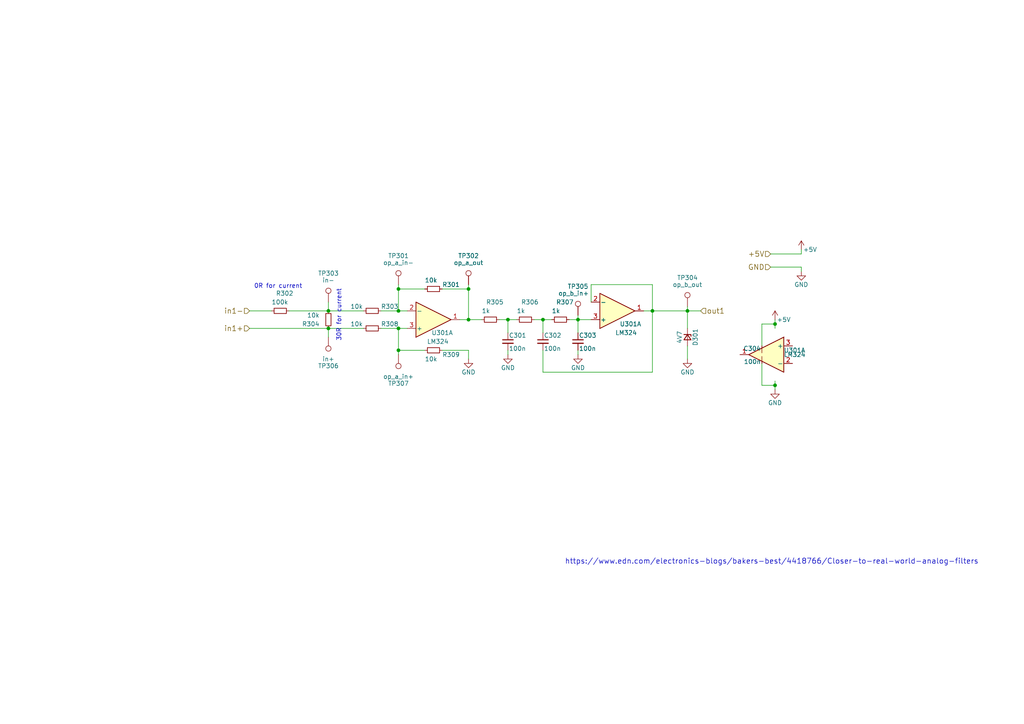
<source format=kicad_sch>
(kicad_sch (version 20211123) (generator eeschema)
  (paper "A4")
  (lib_symbols
    (symbol "Amplifier_Operational:LM324" (pin_names (offset 0.127))
      (property "Reference" "U" (at 0 5.08 0))
      (property "Value" "LM324" (at 0 -5.08 0))
      (symbol "LM324_1_1"
        (polyline (pts (xy -5.08 5.08) (xy 5.08 0) (xy -5.08 -5.08) (xy -5.08 5.08)) (stroke (width 0.254)) (fill (type background)))
        (pin output line (at 7.62 0 180) (length 2.54) (name "~") (number "1"))
        (pin input line (at -7.62 -2.54 0) (length 2.54) (name "-") (number "2"))
        (pin input line (at -7.62 2.54 0) (length 2.54) (name "+") (number "3"))
      )
      (symbol "LM324_2_1"
        (polyline (pts (xy -5.08 5.08) (xy 5.08 0) (xy -5.08 -5.08) (xy -5.08 5.08)) (stroke (width 0.254)) (fill (type background)))
        (pin input line (at -7.62 2.54 0) (length 2.54) (name "+") (number "5"))
        (pin input line (at -7.62 -2.54 0) (length 2.54) (name "-") (number "6"))
        (pin output line (at 7.62 0 180) (length 2.54) (name "~") (number "7"))
      )
      (symbol "LM324_3_1"
        (polyline (pts (xy -5.08 5.08) (xy 5.08 0) (xy -5.08 -5.08) (xy -5.08 5.08)) (stroke (width 0.254)) (fill (type background)))
        (pin input line (at -7.62 2.54 0) (length 2.54) (name "+") (number "10"))
        (pin output line (at 7.62 0 180) (length 2.54) (name "~") (number "8"))
        (pin input line (at -7.62 -2.54 0) (length 2.54) (name "-") (number "9"))
      )
      (symbol "LM324_4_1"
        (polyline (pts (xy -5.08 5.08) (xy 5.08 0) (xy -5.08 -5.08) (xy -5.08 5.08)) (stroke (width 0.254)) (fill (type background)))
        (pin input line (at -7.62 2.54 0) (length 2.54) (name "+") (number "12"))
        (pin input line (at -7.62 -2.54 0) (length 2.54) (name "-") (number "13"))
        (pin output line (at 7.62 0 180) (length 2.54) (name "~") (number "14"))
      )
      (symbol "LM324_5_1"
        (pin power_in line (at -2.54 -7.62 90) (length 3.81) (name "V-") (number "11"))
        (pin power_in line (at -2.54 7.62 270) (length 3.81) (name "V+") (number "4"))
      )
    )
    (symbol "Connector:TestPoint" (pin_numbers hide) (pin_names (offset 0.762) hide)
      (property "Reference" "TP" (at 0 6.858 0))
      (property "Value" "TestPoint" (at 0 5.08 0))
      (symbol "TestPoint_0_1"
        (circle (center 0 3.302) (radius 0.762))
      )
      (symbol "TestPoint_1_1"
        (pin passive line (at 0 0 90) (length 2.54) (name "1") (number "1"))
      )
    )
    (symbol "Device:C_Small" (pin_numbers hide) (pin_names (offset 0.254) hide)
      (property "Reference" "C" (at 0.254 1.778 0))
      (property "Value" "C_Small" (at 0.254 -2.032 0))
      (symbol "C_Small_0_1"
        (polyline (pts (xy -1.524 -0.508) (xy 1.524 -0.508)) (stroke (width 0.3302)))
        (polyline (pts (xy -1.524 0.508) (xy 1.524 0.508)) (stroke (width 0.3048)))
      )
      (symbol "C_Small_1_1"
        (pin passive line (at 0 2.54 270) (length 2.032) (name "~") (number "1"))
        (pin passive line (at 0 -2.54 90) (length 2.032) (name "~") (number "2"))
      )
    )
    (symbol "Device:D_Zener_Small" (pin_numbers hide) (pin_names (offset 0.254) hide)
      (property "Reference" "D" (at 0 2.286 0))
      (property "Value" "D_Zener_Small" (at 0 -2.286 0))
      (symbol "D_Zener_Small_0_1"
        (polyline (pts (xy 0.762 0) (xy -0.762 0)))
        (polyline (pts (xy -0.254 1.016) (xy -0.762 1.016) (xy -0.762 -1.016)) (stroke (width 0.254)))
        (polyline (pts (xy 0.762 1.016) (xy -0.762 0) (xy 0.762 -1.016) (xy 0.762 1.016)) (stroke (width 0.254)))
      )
      (symbol "D_Zener_Small_1_1"
        (pin passive line (at -2.54 0 0) (length 1.778) (name "K") (number "1"))
        (pin passive line (at 2.54 0 180) (length 1.778) (name "A") (number "2"))
      )
    )
    (symbol "Device:R_Small" (pin_numbers hide) (pin_names (offset 0.254) hide)
      (property "Reference" "R" (at 0.762 0.508 0))
      (property "Value" "R_Small" (at 0.762 -1.016 0))
      (symbol "R_Small_0_1"
        (rectangle (start -0.762 1.778) (end 0.762 -1.778) (stroke (width 0.2032)))
      )
      (symbol "R_Small_1_1"
        (pin passive line (at 0 2.54 270) (length 0.762) (name "~") (number "1"))
        (pin passive line (at 0 -2.54 90) (length 0.762) (name "~") (number "2"))
      )
    )
    (symbol "power:+5V" (power) (pin_names (offset 0))
      (property "Value" "+5V" (at 0 3.556 0))
      (symbol "+5V_0_1"
        (polyline (pts (xy -0.762 1.27) (xy 0 2.54)))
        (polyline (pts (xy 0 0) (xy 0 2.54)))
        (polyline (pts (xy 0 2.54) (xy 0.762 1.27)))
      )
      (symbol "+5V_1_1"
        (pin power_in line (at 0 0 90) (length 0) hide (name "+5V") (number "1"))
      )
    )
    (symbol "power:GND" (power) (pin_names (offset 0))
      (property "Value" "GND" (at 0 -3.81 0))
      (symbol "GND_0_1"
        (polyline (pts (xy 0 0) (xy 0 -1.27) (xy 1.27 -1.27) (xy 0 -2.54) (xy -1.27 -1.27) (xy 0 -1.27)))
      )
      (symbol "GND_1_1"
        (pin power_in line (at 0 0 270) (length 0) hide (name "GND") (number "1"))
      )
    )
  )
  (junction (at 115.57 95.25))
  (junction (at 224.79 93.98))
  (junction (at 135.89 83.82))
  (junction (at 199.39 90.17))
  (junction (at 157.48 92.71))
  (junction (at 115.57 90.17))
  (junction (at 189.23 90.17))
  (junction (at 95.25 95.25))
  (junction (at 224.79 111.76))
  (junction (at 115.57 101.6))
  (junction (at 95.25 90.17))
  (junction (at 147.32 92.71))
  (junction (at 135.89 92.71))
  (junction (at 167.64 92.71))
  (junction (at 115.57 83.82))
  (wire (pts (xy 147.32 96.52) (xy 147.32 92.71)))
  (wire (pts (xy 189.23 82.55) (xy 189.23 90.17)))
  (wire (pts (xy 135.89 83.82) (xy 135.89 92.71)))
  (wire (pts (xy 72.39 95.25) (xy 95.25 95.25)))
  (wire (pts (xy 186.69 90.17) (xy 189.23 90.17)))
  (wire (pts (xy 165.1 92.71) (xy 167.64 92.71)))
  (wire (pts (xy 147.32 102.87) (xy 147.32 101.6)))
  (wire (pts (xy 115.57 101.6) (xy 123.19 101.6)))
  (wire (pts (xy 95.25 95.25) (xy 105.41 95.25)))
  (wire (pts (xy 167.64 101.6) (xy 167.64 102.87)))
  (wire (pts (xy 95.25 95.25) (xy 95.25 97.79)))
  (wire (pts (xy 157.48 96.52) (xy 157.48 92.71)))
  (wire (pts (xy 199.39 100.33) (xy 199.39 104.14)))
  (wire (pts (xy 199.39 95.25) (xy 199.39 90.17)))
  (wire (pts (xy 110.49 90.17) (xy 115.57 90.17)))
  (wire (pts (xy 224.79 93.98) (xy 224.79 95.25)))
  (wire (pts (xy 224.79 92.71) (xy 224.79 93.98)))
  (wire (pts (xy 157.48 107.95) (xy 189.23 107.95)))
  (wire (pts (xy 167.64 92.71) (xy 171.45 92.71)))
  (wire (pts (xy 72.39 90.17) (xy 78.74 90.17)))
  (wire (pts (xy 147.32 92.71) (xy 149.86 92.71)))
  (wire (pts (xy 133.35 92.71) (xy 135.89 92.71)))
  (wire (pts (xy 115.57 90.17) (xy 118.11 90.17)))
  (wire (pts (xy 220.98 111.76) (xy 220.98 105.41)))
  (wire (pts (xy 154.94 92.71) (xy 157.48 92.71)))
  (wire (pts (xy 157.48 107.95) (xy 157.48 101.6)))
  (wire (pts (xy 157.48 92.71) (xy 160.02 92.71)))
  (wire (pts (xy 144.78 92.71) (xy 147.32 92.71)))
  (wire (pts (xy 115.57 101.6) (xy 115.57 102.87)))
  (wire (pts (xy 232.41 77.47) (xy 232.41 78.74)))
  (wire (pts (xy 135.89 82.55) (xy 135.89 83.82)))
  (wire (pts (xy 223.52 77.47) (xy 232.41 77.47)))
  (wire (pts (xy 110.49 95.25) (xy 115.57 95.25)))
  (wire (pts (xy 115.57 95.25) (xy 115.57 101.6)))
  (wire (pts (xy 167.64 91.44) (xy 167.64 92.71)))
  (wire (pts (xy 123.19 83.82) (xy 115.57 83.82)))
  (wire (pts (xy 83.82 90.17) (xy 95.25 90.17)))
  (wire (pts (xy 232.41 72.39) (xy 232.41 73.66)))
  (wire (pts (xy 135.89 101.6) (xy 128.27 101.6)))
  (wire (pts (xy 171.45 82.55) (xy 189.23 82.55)))
  (wire (pts (xy 95.25 90.17) (xy 105.41 90.17)))
  (wire (pts (xy 199.39 88.9) (xy 199.39 90.17)))
  (wire (pts (xy 167.64 92.71) (xy 167.64 96.52)))
  (wire (pts (xy 224.79 111.76) (xy 224.79 113.03)))
  (wire (pts (xy 171.45 82.55) (xy 171.45 87.63)))
  (wire (pts (xy 224.79 111.76) (xy 220.98 111.76)))
  (wire (pts (xy 115.57 95.25) (xy 118.11 95.25)))
  (wire (pts (xy 189.23 90.17) (xy 189.23 107.95)))
  (wire (pts (xy 224.79 110.49) (xy 224.79 111.76)))
  (wire (pts (xy 232.41 73.66) (xy 223.52 73.66)))
  (wire (pts (xy 189.23 90.17) (xy 199.39 90.17)))
  (wire (pts (xy 115.57 83.82) (xy 115.57 90.17)))
  (wire (pts (xy 135.89 92.71) (xy 139.7 92.71)))
  (wire (pts (xy 128.27 83.82) (xy 135.89 83.82)))
  (wire (pts (xy 220.98 93.98) (xy 220.98 100.33)))
  (wire (pts (xy 95.25 87.63) (xy 95.25 90.17)))
  (wire (pts (xy 224.79 93.98) (xy 220.98 93.98)))
  (wire (pts (xy 199.39 90.17) (xy 203.2 90.17)))
  (wire (pts (xy 135.89 104.14) (xy 135.89 101.6)))
  (wire (pts (xy 115.57 82.55) (xy 115.57 83.82)))
  (text "30R for current" (at 99.06 99.06 90) (effects (font (size 1.27 1.27)) (justify left bottom)))
  (text "https://www.edn.com/electronics-blogs/bakers-best/4418766/Closer-to-real-world-analog-filters" (at 163.83 163.83 0) (effects (font (size 1.524 1.524)) (justify left bottom)))
  (text "0R for current" (at 73.66 83.82 0) (effects (font (size 1.27 1.27)) (justify left bottom)))
  (hierarchical_label "out1" (shape input) (at 203.2 90.17 0) (effects (font (size 1.524 1.524))))
  (hierarchical_label "in1+" (shape input) (at 72.39 95.25 180) (effects (font (size 1.524 1.524))))
  (hierarchical_label "GND" (shape input) (at 223.52 77.47 180) (effects (font (size 1.524 1.524))))
  (hierarchical_label "in1-" (shape input) (at 72.39 90.17 180) (effects (font (size 1.524 1.524))))
  (hierarchical_label "+5V" (shape input) (at 223.52 73.66 180) (effects (font (size 1.524 1.524))))
  (symbol (lib_id "Device:R_Small") (at 107.95 90.17 270)
    (property "Reference" "R303" (at 110.49 88.9 90) (effects (justify left)))
    (property "Value" "10k" (at 101.6 88.9 90) (effects (justify left)))
    (property "Footprint" "Resistor_SMD:R_0805_2012Metric_Pad1.15x1.40mm_HandSolder" (effects hide))
  )
  (symbol (lib_id "Device:R_Small") (at 107.95 95.25 270)
    (property "Reference" "R308" (at 110.49 93.98 90) (effects (justify left)))
    (property "Value" "10k" (at 101.6 93.98 90) (effects (justify left)))
    (property "Footprint" "Resistor_SMD:R_0805_2012Metric_Pad1.15x1.40mm_HandSolder" (effects hide))
  )
  (symbol (lib_id "Device:R_Small") (at 152.4 92.71 270)
    (property "Reference" "R306" (at 151.13 87.63 90) (effects (justify left)))
    (property "Value" "1k" (at 149.86 90.17 90) (effects (justify left)))
    (property "Footprint" "Resistor_SMD:R_0805_2012Metric_Pad1.15x1.40mm_HandSolder" (effects hide))
  )
  (symbol (lib_id "Device:R_Small") (at 162.56 92.71 270)
    (property "Reference" "R307" (at 161.29 87.63 90) (effects (justify left)))
    (property "Value" "1k" (at 160.02 90.17 90) (effects (justify left)))
    (property "Footprint" "Resistor_SMD:R_0805_2012Metric_Pad1.15x1.40mm_HandSolder" (effects hide))
  )
  (symbol (lib_id "Device:C_Small") (at 167.64 99.06 0)
    (property "Reference" "C303" (at 167.894 97.282 0) (effects (justify left)))
    (property "Value" "100n" (at 167.894 101.092 0) (effects (justify left)))
    (property "Footprint" "Capacitor_SMD:C_0805_2012Metric_Pad1.15x1.40mm_HandSolder" (effects hide))
  )
  (symbol (lib_id "Device:C_Small") (at 157.48 99.06 0)
    (property "Reference" "C302" (at 157.734 97.282 0) (effects (justify left)))
    (property "Value" "100n" (at 157.734 101.092 0) (effects (justify left)))
    (property "Footprint" "Capacitor_SMD:C_0805_2012Metric_Pad1.15x1.40mm_HandSolder" (effects hide))
  )
  (symbol (lib_id "Connector:TestPoint") (at 135.89 82.55 0)
    (property "Reference" "TP302" (at 135.89 74.93 0) (effects (justify bottom)))
    (property "Value" "op_a_out" (at 135.89 76.2 0))
    (property "Footprint" "TestPoint:TestPoint_Pad_2.0x2.0mm" (effects hide))
  )
  (symbol (lib_id "Device:R_Small") (at 125.73 83.82 270)
    (property "Reference" "R301" (at 128.27 82.55 90) (effects (justify left)))
    (property "Value" "10k" (at 123.19 81.28 90) (effects (justify left)))
    (property "Footprint" "Resistor_SMD:R_0805_2012Metric_Pad1.15x1.40mm_HandSolder" (effects hide))
  )
  (symbol (lib_id "Device:R_Small") (at 125.73 101.6 270) (mirror x)
    (property "Reference" "R309" (at 128.27 102.87 90) (effects (justify left)))
    (property "Value" "10k" (at 123.19 104.14 90) (effects (justify left)))
    (property "Footprint" "Resistor_SMD:R_0805_2012Metric_Pad1.15x1.40mm_HandSolder" (effects hide))
  )
  (symbol (lib_id "Connector:TestPoint") (at 115.57 82.55 0)
    (property "Reference" "TP301" (at 115.57 74.93 0) (effects (justify bottom)))
    (property "Value" "op_a_in-" (at 115.57 76.2 0))
    (property "Footprint" "TestPoint:TestPoint_Pad_2.0x2.0mm" (effects hide))
  )
  (symbol (lib_id "Connector:TestPoint") (at 115.57 102.87 180)
    (property "Reference" "TP307" (at 115.57 110.49 0) (effects (justify bottom)))
    (property "Value" "op_a_in+" (at 115.57 109.22 0))
    (property "Footprint" "TestPoint:TestPoint_Pad_2.0x2.0mm" (effects hide))
  )
  (symbol (lib_id "Device:R_Small") (at 95.25 92.71 180)
    (property "Reference" "R304" (at 92.71 93.98 0) (effects (justify left)))
    (property "Value" "10k" (at 92.71 91.44 0) (effects (justify left)))
    (property "Footprint" "Resistor_SMD:R_0805_2012Metric_Pad1.15x1.40mm_HandSolder" (effects hide))
  )
  (symbol (lib_id "Connector:TestPoint") (at 199.39 88.9 0)
    (property "Reference" "TP304" (at 199.39 81.28 0) (effects (justify bottom)))
    (property "Value" "op_b_out" (at 199.39 82.55 0))
    (property "Footprint" "TestPoint:TestPoint_Pad_2.0x2.0mm" (effects hide))
  )
  (symbol (lib_id "Connector:TestPoint") (at 167.64 91.44 0) (mirror y)
    (property "Reference" "TP305" (at 167.64 83.82 0) (effects (justify bottom)))
    (property "Value" "op_b_in+" (at 166.37 85.09 0))
    (property "Footprint" "TestPoint:TestPoint_Pad_2.0x2.0mm" (effects hide))
  )
  (symbol (lib_id "Connector:TestPoint") (at 95.25 87.63 0)
    (property "Reference" "TP303" (at 95.25 80.01 0) (effects (justify bottom)))
    (property "Value" "in-" (at 95.25 81.28 0))
    (property "Footprint" "TestPoint:TestPoint_Pad_2.0x2.0mm" (effects hide))
  )
  (symbol (lib_id "Connector:TestPoint") (at 95.25 97.79 180)
    (property "Reference" "TP306" (at 95.25 105.41 0) (effects (justify bottom)))
    (property "Value" "in+" (at 95.25 104.14 0))
    (property "Footprint" "TestPoint:TestPoint_Pad_2.0x2.0mm" (effects hide))
  )
  (symbol (lib_id "Device:D_Zener_Small") (at 199.39 97.79 270)
    (property "Reference" "D301" (at 201.676 97.79 0))
    (property "Value" "4V7" (at 197.104 97.79 0))
    (property "Footprint" "Diode_SMD:D_MiniMELF_Handsoldering" (effects hide))
  )
  (symbol (lib_id "power:GND") (at 232.41 78.74 0)
    (property "Reference" "#PWR0302" (effects hide))
    (property "Value" "GND" (at 232.41 82.55 0))
  )
  (symbol (lib_id "power:+5V") (at 232.41 72.39 0)
    (property "Reference" "#PWR0301" (effects hide))
    (property "Value" "+5V" (at 234.95 72.39 0))
  )
  (symbol (lib_id "Device:R_Small") (at 142.24 92.71 270)
    (property "Reference" "R305" (at 140.97 87.63 90) (effects (justify left)))
    (property "Value" "1k" (at 139.7 90.17 90) (effects (justify left)))
    (property "Footprint" "Resistor_SMD:R_0805_2012Metric_Pad1.15x1.40mm_HandSolder" (effects hide))
  )
  (symbol (lib_id "Device:C_Small") (at 147.32 99.06 0)
    (property "Reference" "C301" (at 147.574 97.282 0) (effects (justify left)))
    (property "Value" "100n" (at 147.574 101.092 0) (effects (justify left)))
    (property "Footprint" "Capacitor_SMD:C_0805_2012Metric_Pad1.15x1.40mm_HandSolder" (effects hide))
  )
  (symbol (lib_id "power:GND") (at 199.39 104.14 0)
    (property "Reference" "#PWR0307" (effects hide))
    (property "Value" "GND" (at 199.39 107.95 0))
  )
  (symbol (lib_id "power:GND") (at 167.64 102.87 0)
    (property "Reference" "#PWR0305" (effects hide))
    (property "Value" "GND" (at 167.64 106.68 0))
  )
  (symbol (lib_id "power:GND") (at 147.32 102.87 0)
    (property "Reference" "#PWR0304" (effects hide))
    (property "Value" "GND" (at 147.32 106.68 0))
  )
  (symbol (lib_id "power:GND") (at 135.89 104.14 0)
    (property "Reference" "#PWR0306" (effects hide))
    (property "Value" "GND" (at 135.89 107.95 0))
  )
  (symbol (lib_id "Device:R_Small") (at 81.28 90.17 270)
    (property "Reference" "R302" (at 80.01 85.09 90) (effects (justify left)))
    (property "Value" "100k" (at 78.74 87.63 90) (effects (justify left)))
    (property "Footprint" "Resistor_SMD:R_0805_2012Metric_Pad1.15x1.40mm_HandSolder" (effects hide))
  )
  (symbol (lib_id "Amplifier_Operational:LM324") (at 125.73 92.71 0) (mirror x)
    (property "Reference" "U301" (at 128.27 96.52 0))
    (property "Value" "LM324" (at 127 99.06 0))
    (property "Footprint" "Package_SO:SOIC-14_3.9x8.7mm_P1.27mm" (effects hide))
    (property "Datasheet" "http://www.ti.com/lit/ds/symlink/lm2902-n.pdf" (effects hide))
  )
  (symbol (lib_id "Amplifier_Operational:LM324") (at 179.07 90.17 0) (mirror x)
    (property "Reference" "U301" (at 182.88 93.98 0))
    (property "Value" "LM324" (at 181.61 96.52 0))
    (property "Footprint" "Package_SO:SOIC-14_3.9x8.7mm_P1.27mm" (effects hide))
    (property "Datasheet" "http://www.ti.com/lit/ds/symlink/lm2902-n.pdf" (effects hide))
  )
  (symbol (lib_id "Amplifier_Operational:LM324") (at 222.25 102.87 0) (mirror y)
    (property "Reference" "U301" (at 227.33 101.6 0) (effects (justify right)))
    (property "Value" "LM324" (at 227.33 102.87 0) (effects (justify right)))
    (property "Footprint" "Package_SO:SOIC-14_3.9x8.7mm_P1.27mm" (effects hide))
    (property "Datasheet" "http://www.ti.com/lit/ds/symlink/lm2902-n.pdf" (effects hide))
  )
  (symbol (lib_id "Device:C_Small") (at 220.98 102.87 0) (mirror y)
    (property "Reference" "C304" (at 220.726 101.092 0) (effects (justify left)))
    (property "Value" "100n" (at 220.726 104.902 0) (effects (justify left)))
    (property "Footprint" "Capacitor_SMD:C_0805_2012Metric_Pad1.15x1.40mm_HandSolder" (effects hide))
  )
  (symbol (lib_id "power:GND") (at 224.79 113.03 0)
    (property "Reference" "#PWR0308" (effects hide))
    (property "Value" "GND" (at 224.79 116.84 0))
  )
  (symbol (lib_id "power:+5V") (at 224.79 92.71 0)
    (property "Reference" "#PWR0303" (effects hide))
    (property "Value" "+5V" (at 227.33 92.71 0))
  )
)
</source>
